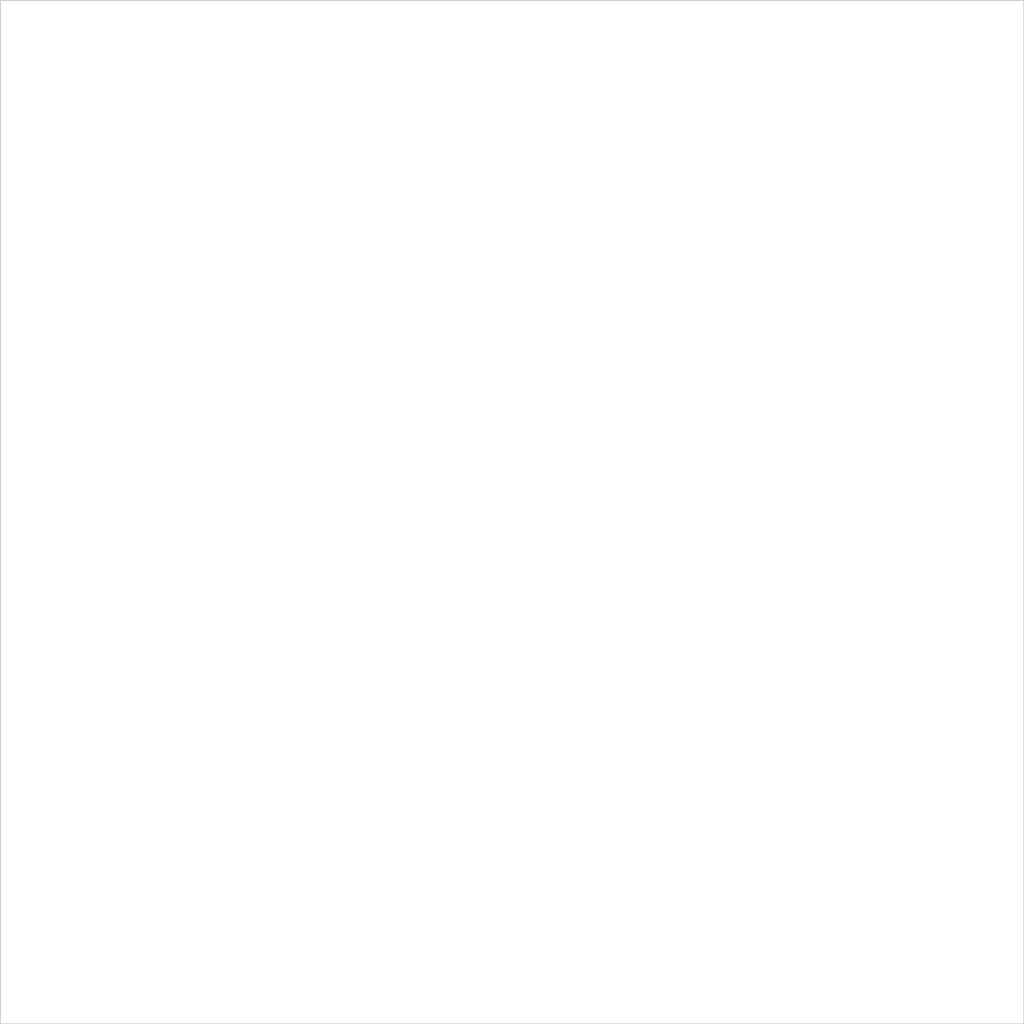
<source format=kicad_pcb>
(kicad_pcb (version 20221018) (generator pcbnew)

  (general
    (thickness 1.6)
  )

  (paper "A4")
  (layers
    (0 "F.Cu" signal)
    (31 "B.Cu" signal)
    (32 "B.Adhes" user "B.Adhesive")
    (33 "F.Adhes" user "F.Adhesive")
    (34 "B.Paste" user)
    (35 "F.Paste" user)
    (36 "B.SilkS" user "B.Silkscreen")
    (37 "F.SilkS" user "F.Silkscreen")
    (38 "B.Mask" user)
    (39 "F.Mask" user)
    (40 "Dwgs.User" user "User.Drawings")
    (41 "Cmts.User" user "User.Comments")
    (42 "Eco1.User" user "User.Eco1")
    (43 "Eco2.User" user "User.Eco2")
    (44 "Edge.Cuts" user)
    (45 "Margin" user)
    (46 "B.CrtYd" user "B.Courtyard")
    (47 "F.CrtYd" user "F.Courtyard")
    (48 "B.Fab" user)
    (49 "F.Fab" user)
    (50 "User.1" user)
    (51 "User.2" user)
    (52 "User.3" user)
    (53 "User.4" user)
    (54 "User.5" user)
    (55 "User.6" user)
    (56 "User.7" user)
    (57 "User.8" user)
    (58 "User.9" user)
  )

  (setup
    (pad_to_mask_clearance 0)
    (pcbplotparams
      (layerselection 0x00010fc_ffffffff)
      (plot_on_all_layers_selection 0x0000000_00000000)
      (disableapertmacros false)
      (usegerberextensions false)
      (usegerberattributes true)
      (usegerberadvancedattributes true)
      (creategerberjobfile true)
      (dashed_line_dash_ratio 12.000000)
      (dashed_line_gap_ratio 3.000000)
      (svgprecision 4)
      (plotframeref false)
      (viasonmask false)
      (mode 1)
      (useauxorigin false)
      (hpglpennumber 1)
      (hpglpenspeed 20)
      (hpglpendiameter 15.000000)
      (dxfpolygonmode true)
      (dxfimperialunits true)
      (dxfusepcbnewfont true)
      (psnegative false)
      (psa4output false)
      (plotreference true)
      (plotvalue true)
      (plotinvisibletext false)
      (sketchpadsonfab false)
      (subtractmaskfromsilk false)
      (outputformat 1)
      (mirror false)
      (drillshape 1)
      (scaleselection 1)
      (outputdirectory "")
    )
  )

  (net 0 "")

  (gr_rect (start 100 50) (end 200 150)
    (stroke (width 0.1) (type default)) (fill none) (layer "Edge.Cuts") (tstamp 426a249f-120a-420f-86f4-a4d2a719025a))

)

</source>
